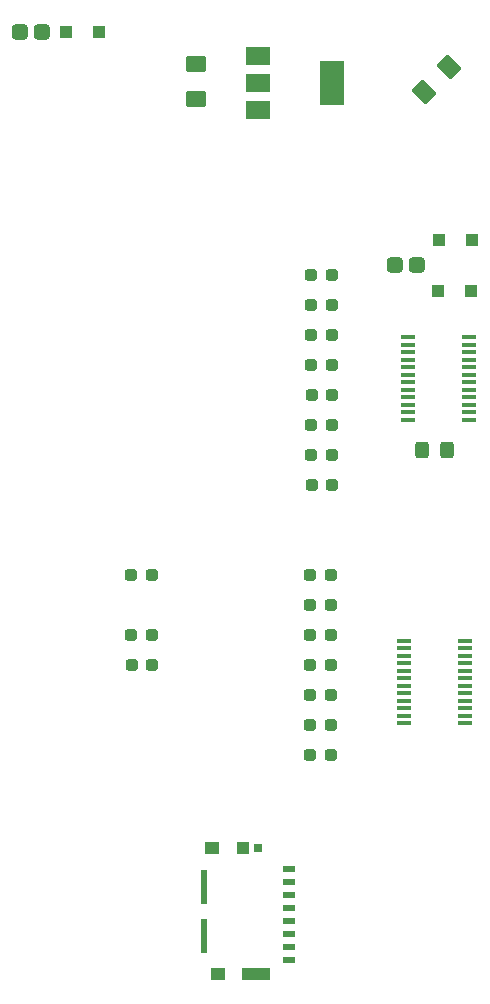
<source format=gbr>
%TF.GenerationSoftware,KiCad,Pcbnew,(6.0.2)*%
%TF.CreationDate,2022-04-05T19:05:53-06:00*%
%TF.ProjectId,F4_SMD_V1_1,46345f53-4d44-45f5-9631-5f312e6b6963,rev?*%
%TF.SameCoordinates,Original*%
%TF.FileFunction,Paste,Top*%
%TF.FilePolarity,Positive*%
%FSLAX46Y46*%
G04 Gerber Fmt 4.6, Leading zero omitted, Abs format (unit mm)*
G04 Created by KiCad (PCBNEW (6.0.2)) date 2022-04-05 19:05:53*
%MOMM*%
%LPD*%
G01*
G04 APERTURE LIST*
G04 Aperture macros list*
%AMRoundRect*
0 Rectangle with rounded corners*
0 $1 Rounding radius*
0 $2 $3 $4 $5 $6 $7 $8 $9 X,Y pos of 4 corners*
0 Add a 4 corners polygon primitive as box body*
4,1,4,$2,$3,$4,$5,$6,$7,$8,$9,$2,$3,0*
0 Add four circle primitives for the rounded corners*
1,1,$1+$1,$2,$3*
1,1,$1+$1,$4,$5*
1,1,$1+$1,$6,$7*
1,1,$1+$1,$8,$9*
0 Add four rect primitives between the rounded corners*
20,1,$1+$1,$2,$3,$4,$5,0*
20,1,$1+$1,$4,$5,$6,$7,0*
20,1,$1+$1,$6,$7,$8,$9,0*
20,1,$1+$1,$8,$9,$2,$3,0*%
G04 Aperture macros list end*
%ADD10RoundRect,0.237500X0.287500X0.237500X-0.287500X0.237500X-0.287500X-0.237500X0.287500X-0.237500X0*%
%ADD11R,1.100000X1.100000*%
%ADD12RoundRect,0.250001X0.624999X-0.462499X0.624999X0.462499X-0.624999X0.462499X-0.624999X-0.462499X0*%
%ADD13RoundRect,0.250001X0.114905X-0.768977X0.768977X-0.114905X-0.114905X0.768977X-0.768977X0.114905X0*%
%ADD14RoundRect,0.237500X-0.287500X-0.237500X0.287500X-0.237500X0.287500X0.237500X-0.287500X0.237500X0*%
%ADD15R,2.000000X1.500000*%
%ADD16R,2.000000X3.800000*%
%ADD17R,1.200000X0.400000*%
%ADD18R,0.550000X2.910000*%
%ADD19R,1.000000X0.500000*%
%ADD20R,0.780000X0.720000*%
%ADD21R,1.200000X1.050000*%
%ADD22R,2.390000X1.050000*%
%ADD23R,1.080000X1.050000*%
%ADD24RoundRect,0.250000X0.412500X0.400000X-0.412500X0.400000X-0.412500X-0.400000X0.412500X-0.400000X0*%
%ADD25RoundRect,0.250000X-0.325000X-0.450000X0.325000X-0.450000X0.325000X0.450000X-0.325000X0.450000X0*%
G04 APERTURE END LIST*
D10*
%TO.C,R1*%
X140688000Y-122936000D03*
X138938000Y-122936000D03*
%TD*%
%TO.C,R2*%
X140688000Y-120396000D03*
X138938000Y-120396000D03*
%TD*%
%TO.C,R3*%
X125603000Y-120396000D03*
X123853000Y-120396000D03*
%TD*%
%TO.C,R4*%
X140815000Y-87376000D03*
X139065000Y-87376000D03*
%TD*%
%TO.C,R5*%
X125575000Y-117856000D03*
X123825000Y-117856000D03*
%TD*%
%TO.C,R6*%
X140702000Y-125476000D03*
X138952000Y-125476000D03*
%TD*%
%TO.C,R7*%
X125539500Y-112776000D03*
X123789500Y-112776000D03*
%TD*%
%TO.C,R8*%
X140815000Y-89916000D03*
X139065000Y-89916000D03*
%TD*%
%TO.C,R9*%
X140702000Y-128016000D03*
X138952000Y-128016000D03*
%TD*%
D11*
%TO.C,D1*%
X149790500Y-88773000D03*
X152590500Y-88773000D03*
%TD*%
D12*
%TO.C,C1*%
X129286000Y-72480500D03*
X129286000Y-69505500D03*
%TD*%
D13*
%TO.C,C2*%
X148617679Y-71917821D03*
X150721321Y-69814179D03*
%TD*%
D14*
%TO.C,R10*%
X138938000Y-117856000D03*
X140688000Y-117856000D03*
%TD*%
%TO.C,R11*%
X138966000Y-115316000D03*
X140716000Y-115316000D03*
%TD*%
D10*
%TO.C,R12*%
X140702000Y-112776000D03*
X138952000Y-112776000D03*
%TD*%
%TO.C,R13*%
X140829000Y-105156000D03*
X139079000Y-105156000D03*
%TD*%
%TO.C,R14*%
X140815000Y-102616000D03*
X139065000Y-102616000D03*
%TD*%
%TO.C,R15*%
X140815000Y-100076000D03*
X139065000Y-100076000D03*
%TD*%
%TO.C,R16*%
X140829000Y-97536000D03*
X139079000Y-97536000D03*
%TD*%
%TO.C,R17*%
X140815000Y-94996000D03*
X139065000Y-94996000D03*
%TD*%
%TO.C,R18*%
X140815000Y-92456000D03*
X139065000Y-92456000D03*
%TD*%
D15*
%TO.C,U1*%
X134536180Y-68827620D03*
X134536180Y-71127620D03*
D16*
X140836180Y-71127620D03*
D15*
X134536180Y-73427620D03*
%TD*%
D17*
%TO.C,U3*%
X152396500Y-99631500D03*
X152396500Y-98996500D03*
X152396500Y-98361500D03*
X152396500Y-97726500D03*
X152396500Y-97091500D03*
X152396500Y-96456500D03*
X152396500Y-95821500D03*
X152396500Y-95186500D03*
X152396500Y-94551500D03*
X152396500Y-93916500D03*
X152396500Y-93281500D03*
X152396500Y-92646500D03*
X147196500Y-92646500D03*
X147196500Y-93281500D03*
X147196500Y-93916500D03*
X147196500Y-94551500D03*
X147196500Y-95186500D03*
X147196500Y-95821500D03*
X147196500Y-96456500D03*
X147196500Y-97091500D03*
X147196500Y-97726500D03*
X147196500Y-98361500D03*
X147196500Y-98996500D03*
X147196500Y-99631500D03*
%TD*%
D18*
%TO.C,J5*%
X129939000Y-143386000D03*
X129939000Y-139196000D03*
D19*
X137174000Y-137691000D03*
X137174000Y-138791000D03*
X137174000Y-139891000D03*
X137174000Y-140991000D03*
X137174000Y-142091000D03*
X137174000Y-143191000D03*
X137174000Y-144291000D03*
X137174000Y-145391000D03*
D20*
X134494000Y-135931000D03*
D21*
X131184000Y-146566000D03*
D22*
X134369000Y-146566000D03*
D21*
X130614000Y-135921000D03*
D23*
X133224000Y-135931000D03*
%TD*%
D17*
%TO.C,U2*%
X152079000Y-125349000D03*
X152079000Y-124714000D03*
X152079000Y-124079000D03*
X152079000Y-123444000D03*
X152079000Y-122809000D03*
X152079000Y-122174000D03*
X152079000Y-121539000D03*
X152079000Y-120904000D03*
X152079000Y-120269000D03*
X152079000Y-119634000D03*
X152079000Y-118999000D03*
X152079000Y-118364000D03*
X146879000Y-118364000D03*
X146879000Y-118999000D03*
X146879000Y-119634000D03*
X146879000Y-120269000D03*
X146879000Y-120904000D03*
X146879000Y-121539000D03*
X146879000Y-122174000D03*
X146879000Y-122809000D03*
X146879000Y-123444000D03*
X146879000Y-124079000D03*
X146879000Y-124714000D03*
X146879000Y-125349000D03*
%TD*%
D11*
%TO.C,D2*%
X149860000Y-84455000D03*
X152660000Y-84455000D03*
%TD*%
D24*
%TO.C,F1*%
X148028500Y-86550500D03*
X146103500Y-86550500D03*
%TD*%
D25*
%TO.C,C3*%
X148463000Y-102235000D03*
X150513000Y-102235000D03*
%TD*%
D11*
%TO.C,D3*%
X121094501Y-66802000D03*
X118294501Y-66802000D03*
%TD*%
D24*
%TO.C,F2*%
X116268500Y-66802000D03*
X114343500Y-66802000D03*
%TD*%
M02*

</source>
